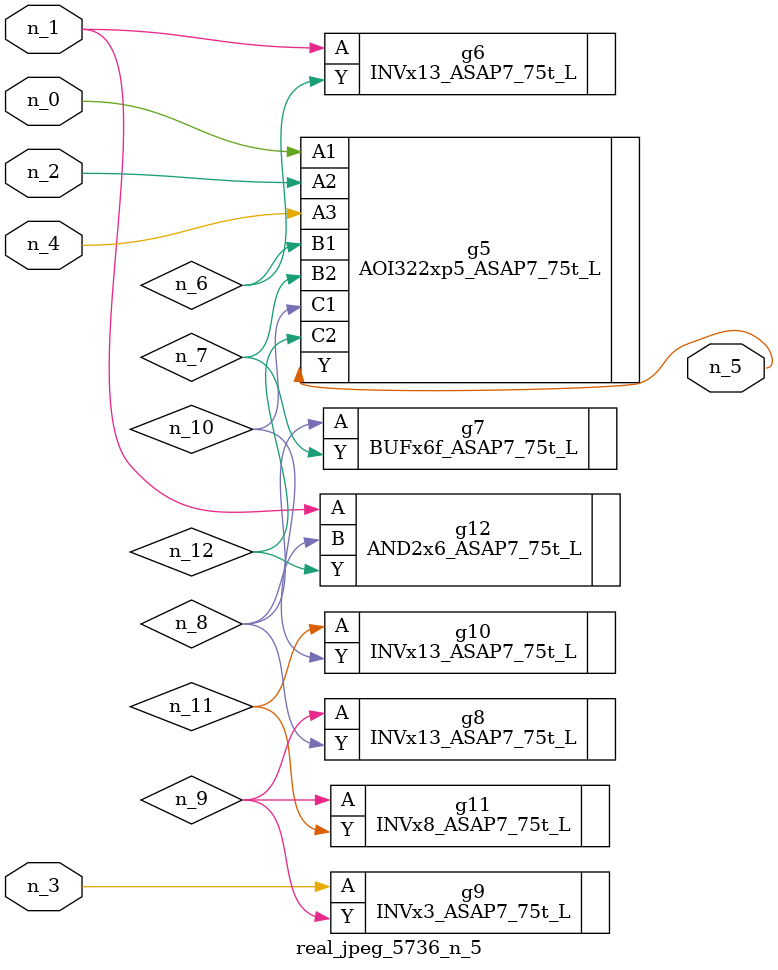
<source format=v>
module real_jpeg_5736_n_5 (n_4, n_0, n_1, n_2, n_3, n_5);

input n_4;
input n_0;
input n_1;
input n_2;
input n_3;

output n_5;

wire n_12;
wire n_8;
wire n_11;
wire n_6;
wire n_7;
wire n_10;
wire n_9;

AOI322xp5_ASAP7_75t_L g5 ( 
.A1(n_0),
.A2(n_2),
.A3(n_4),
.B1(n_6),
.B2(n_7),
.C1(n_10),
.C2(n_12),
.Y(n_5)
);

INVx13_ASAP7_75t_L g6 ( 
.A(n_1),
.Y(n_6)
);

AND2x6_ASAP7_75t_L g12 ( 
.A(n_1),
.B(n_8),
.Y(n_12)
);

INVx3_ASAP7_75t_L g9 ( 
.A(n_3),
.Y(n_9)
);

BUFx6f_ASAP7_75t_L g7 ( 
.A(n_8),
.Y(n_7)
);

INVx13_ASAP7_75t_L g8 ( 
.A(n_9),
.Y(n_8)
);

INVx8_ASAP7_75t_L g11 ( 
.A(n_9),
.Y(n_11)
);

INVx13_ASAP7_75t_L g10 ( 
.A(n_11),
.Y(n_10)
);


endmodule
</source>
